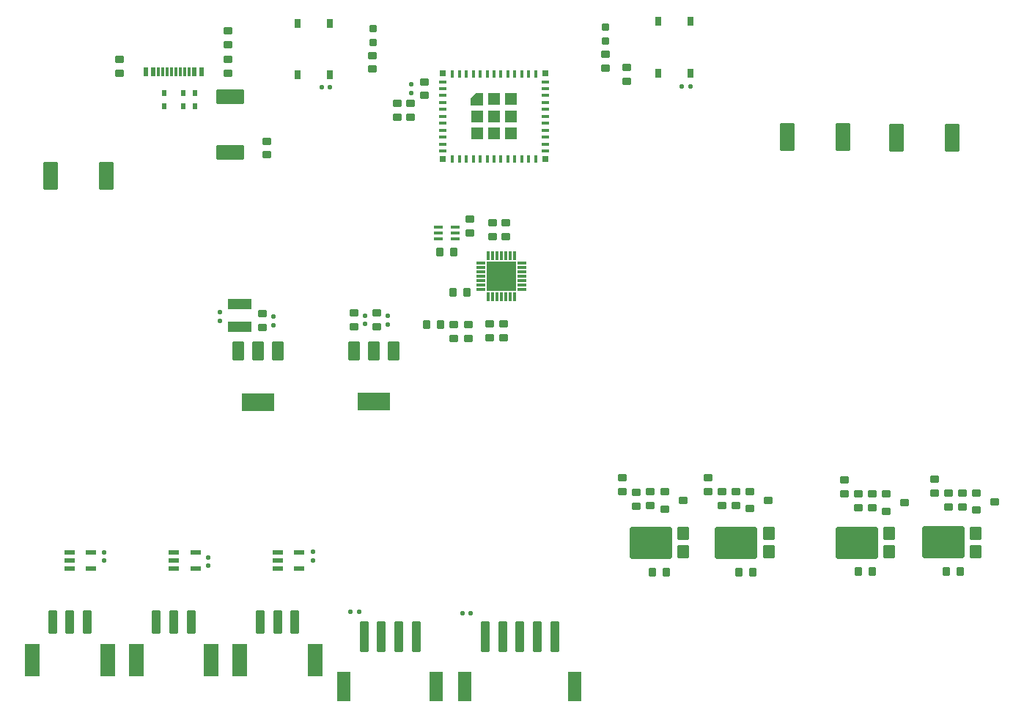
<source format=gtp>
G04*
G04 #@! TF.GenerationSoftware,Altium Limited,Altium Designer,22.8.2 (66)*
G04*
G04 Layer_Color=8421504*
%FSAX25Y25*%
%MOIN*%
G70*
G04*
G04 #@! TF.SameCoordinates,48F98BF4-95A5-4A16-9148-CE3FBF4555CD*
G04*
G04*
G04 #@! TF.FilePolarity,Positive*
G04*
G01*
G75*
G04:AMPARAMS|DCode=17|XSize=20mil|YSize=20mil|CornerRadius=2mil|HoleSize=0mil|Usage=FLASHONLY|Rotation=90.000|XOffset=0mil|YOffset=0mil|HoleType=Round|Shape=RoundedRectangle|*
%AMROUNDEDRECTD17*
21,1,0.02000,0.01600,0,0,90.0*
21,1,0.01600,0.02000,0,0,90.0*
1,1,0.00400,0.00800,0.00800*
1,1,0.00400,0.00800,-0.00800*
1,1,0.00400,-0.00800,-0.00800*
1,1,0.00400,-0.00800,0.00800*
%
%ADD17ROUNDEDRECTD17*%
G04:AMPARAMS|DCode=18|XSize=20mil|YSize=20mil|CornerRadius=2mil|HoleSize=0mil|Usage=FLASHONLY|Rotation=180.000|XOffset=0mil|YOffset=0mil|HoleType=Round|Shape=RoundedRectangle|*
%AMROUNDEDRECTD18*
21,1,0.02000,0.01600,0,0,180.0*
21,1,0.01600,0.02000,0,0,180.0*
1,1,0.00400,-0.00800,0.00800*
1,1,0.00400,0.00800,0.00800*
1,1,0.00400,0.00800,-0.00800*
1,1,0.00400,-0.00800,-0.00800*
%
%ADD18ROUNDEDRECTD18*%
G04:AMPARAMS|DCode=19|XSize=39.37mil|YSize=137.8mil|CornerRadius=3.94mil|HoleSize=0mil|Usage=FLASHONLY|Rotation=180.000|XOffset=0mil|YOffset=0mil|HoleType=Round|Shape=RoundedRectangle|*
%AMROUNDEDRECTD19*
21,1,0.03937,0.12992,0,0,180.0*
21,1,0.03150,0.13780,0,0,180.0*
1,1,0.00787,-0.01575,0.06496*
1,1,0.00787,0.01575,0.06496*
1,1,0.00787,0.01575,-0.06496*
1,1,0.00787,-0.01575,-0.06496*
%
%ADD19ROUNDEDRECTD19*%
%ADD20R,0.05906X0.13386*%
G04:AMPARAMS|DCode=21|XSize=37.4mil|YSize=33.47mil|CornerRadius=3.35mil|HoleSize=0mil|Usage=FLASHONLY|Rotation=180.000|XOffset=0mil|YOffset=0mil|HoleType=Round|Shape=RoundedRectangle|*
%AMROUNDEDRECTD21*
21,1,0.03740,0.02677,0,0,180.0*
21,1,0.03071,0.03347,0,0,180.0*
1,1,0.00669,-0.01535,0.01339*
1,1,0.00669,0.01535,0.01339*
1,1,0.00669,0.01535,-0.01339*
1,1,0.00669,-0.01535,-0.01339*
%
%ADD21ROUNDEDRECTD21*%
G04:AMPARAMS|DCode=22|XSize=37.4mil|YSize=33.47mil|CornerRadius=3.35mil|HoleSize=0mil|Usage=FLASHONLY|Rotation=90.000|XOffset=0mil|YOffset=0mil|HoleType=Round|Shape=RoundedRectangle|*
%AMROUNDEDRECTD22*
21,1,0.03740,0.02677,0,0,90.0*
21,1,0.03071,0.03347,0,0,90.0*
1,1,0.00669,0.01339,0.01535*
1,1,0.00669,0.01339,-0.01535*
1,1,0.00669,-0.01339,-0.01535*
1,1,0.00669,-0.01339,0.01535*
%
%ADD22ROUNDEDRECTD22*%
G04:AMPARAMS|DCode=23|XSize=40.16mil|YSize=14.17mil|CornerRadius=1.42mil|HoleSize=0mil|Usage=FLASHONLY|Rotation=0.000|XOffset=0mil|YOffset=0mil|HoleType=Round|Shape=RoundedRectangle|*
%AMROUNDEDRECTD23*
21,1,0.04016,0.01134,0,0,0.0*
21,1,0.03732,0.01417,0,0,0.0*
1,1,0.00284,0.01866,-0.00567*
1,1,0.00284,-0.01866,-0.00567*
1,1,0.00284,-0.01866,0.00567*
1,1,0.00284,0.01866,0.00567*
%
%ADD23ROUNDEDRECTD23*%
G04:AMPARAMS|DCode=24|XSize=31.5mil|YSize=31.5mil|CornerRadius=3.94mil|HoleSize=0mil|Usage=FLASHONLY|Rotation=90.000|XOffset=0mil|YOffset=0mil|HoleType=Round|Shape=RoundedRectangle|*
%AMROUNDEDRECTD24*
21,1,0.03150,0.02362,0,0,90.0*
21,1,0.02362,0.03150,0,0,90.0*
1,1,0.00787,0.01181,0.01181*
1,1,0.00787,0.01181,-0.01181*
1,1,0.00787,-0.01181,-0.01181*
1,1,0.00787,-0.01181,0.01181*
%
%ADD24ROUNDEDRECTD24*%
G04:AMPARAMS|DCode=25|XSize=29.13mil|YSize=20.47mil|CornerRadius=2.05mil|HoleSize=0mil|Usage=FLASHONLY|Rotation=270.000|XOffset=0mil|YOffset=0mil|HoleType=Round|Shape=RoundedRectangle|*
%AMROUNDEDRECTD25*
21,1,0.02913,0.01638,0,0,270.0*
21,1,0.02504,0.02047,0,0,270.0*
1,1,0.00409,-0.00819,-0.01252*
1,1,0.00409,-0.00819,0.01252*
1,1,0.00409,0.00819,0.01252*
1,1,0.00409,0.00819,-0.01252*
%
%ADD25ROUNDEDRECTD25*%
G04:AMPARAMS|DCode=26|XSize=107.09mil|YSize=49.61mil|CornerRadius=4.96mil|HoleSize=0mil|Usage=FLASHONLY|Rotation=0.000|XOffset=0mil|YOffset=0mil|HoleType=Round|Shape=RoundedRectangle|*
%AMROUNDEDRECTD26*
21,1,0.10709,0.03969,0,0,0.0*
21,1,0.09717,0.04961,0,0,0.0*
1,1,0.00992,0.04858,-0.01984*
1,1,0.00992,-0.04858,-0.01984*
1,1,0.00992,-0.04858,0.01984*
1,1,0.00992,0.04858,0.01984*
%
%ADD26ROUNDEDRECTD26*%
%ADD27R,0.14567X0.08465*%
G04:AMPARAMS|DCode=28|XSize=55.12mil|YSize=84.65mil|CornerRadius=5.51mil|HoleSize=0mil|Usage=FLASHONLY|Rotation=0.000|XOffset=0mil|YOffset=0mil|HoleType=Round|Shape=RoundedRectangle|*
%AMROUNDEDRECTD28*
21,1,0.05512,0.07362,0,0,0.0*
21,1,0.04409,0.08465,0,0,0.0*
1,1,0.01102,0.02205,-0.03681*
1,1,0.01102,-0.02205,-0.03681*
1,1,0.01102,-0.02205,0.03681*
1,1,0.01102,0.02205,0.03681*
%
%ADD28ROUNDEDRECTD28*%
G04:AMPARAMS|DCode=29|XSize=39.37mil|YSize=11.81mil|CornerRadius=1.18mil|HoleSize=0mil|Usage=FLASHONLY|Rotation=0.000|XOffset=0mil|YOffset=0mil|HoleType=Round|Shape=RoundedRectangle|*
%AMROUNDEDRECTD29*
21,1,0.03937,0.00945,0,0,0.0*
21,1,0.03701,0.01181,0,0,0.0*
1,1,0.00236,0.01850,-0.00472*
1,1,0.00236,-0.01850,-0.00472*
1,1,0.00236,-0.01850,0.00472*
1,1,0.00236,0.01850,0.00472*
%
%ADD29ROUNDEDRECTD29*%
G04:AMPARAMS|DCode=30|XSize=39.37mil|YSize=11.81mil|CornerRadius=1.18mil|HoleSize=0mil|Usage=FLASHONLY|Rotation=90.000|XOffset=0mil|YOffset=0mil|HoleType=Round|Shape=RoundedRectangle|*
%AMROUNDEDRECTD30*
21,1,0.03937,0.00945,0,0,90.0*
21,1,0.03701,0.01181,0,0,90.0*
1,1,0.00236,0.00472,0.01850*
1,1,0.00236,0.00472,-0.01850*
1,1,0.00236,-0.00472,-0.01850*
1,1,0.00236,-0.00472,0.01850*
%
%ADD30ROUNDEDRECTD30*%
%ADD31R,0.13189X0.13189*%
G04:AMPARAMS|DCode=32|XSize=33.47mil|YSize=39.37mil|CornerRadius=3.35mil|HoleSize=0mil|Usage=FLASHONLY|Rotation=270.000|XOffset=0mil|YOffset=0mil|HoleType=Round|Shape=RoundedRectangle|*
%AMROUNDEDRECTD32*
21,1,0.03347,0.03268,0,0,270.0*
21,1,0.02677,0.03937,0,0,270.0*
1,1,0.00669,-0.01634,-0.01339*
1,1,0.00669,-0.01634,0.01339*
1,1,0.00669,0.01634,0.01339*
1,1,0.00669,0.01634,-0.01339*
%
%ADD32ROUNDEDRECTD32*%
G04:AMPARAMS|DCode=33|XSize=62.99mil|YSize=52.76mil|CornerRadius=5.28mil|HoleSize=0mil|Usage=FLASHONLY|Rotation=270.000|XOffset=0mil|YOffset=0mil|HoleType=Round|Shape=RoundedRectangle|*
%AMROUNDEDRECTD33*
21,1,0.06299,0.04221,0,0,270.0*
21,1,0.05244,0.05276,0,0,270.0*
1,1,0.01055,-0.02110,-0.02622*
1,1,0.01055,-0.02110,0.02622*
1,1,0.01055,0.02110,0.02622*
1,1,0.01055,0.02110,-0.02622*
%
%ADD33ROUNDEDRECTD33*%
G04:AMPARAMS|DCode=34|XSize=195.28mil|YSize=149.61mil|CornerRadius=14.96mil|HoleSize=0mil|Usage=FLASHONLY|Rotation=0.000|XOffset=0mil|YOffset=0mil|HoleType=Round|Shape=RoundedRectangle|*
%AMROUNDEDRECTD34*
21,1,0.19528,0.11969,0,0,0.0*
21,1,0.16535,0.14961,0,0,0.0*
1,1,0.02992,0.08268,-0.05984*
1,1,0.02992,-0.08268,-0.05984*
1,1,0.02992,-0.08268,0.05984*
1,1,0.02992,0.08268,0.05984*
%
%ADD34ROUNDEDRECTD34*%
G04:AMPARAMS|DCode=35|XSize=67.72mil|YSize=125.98mil|CornerRadius=6.77mil|HoleSize=0mil|Usage=FLASHONLY|Rotation=0.000|XOffset=0mil|YOffset=0mil|HoleType=Round|Shape=RoundedRectangle|*
%AMROUNDEDRECTD35*
21,1,0.06772,0.11244,0,0,0.0*
21,1,0.05417,0.12598,0,0,0.0*
1,1,0.01354,0.02709,-0.05622*
1,1,0.01354,-0.02709,-0.05622*
1,1,0.01354,-0.02709,0.05622*
1,1,0.01354,0.02709,0.05622*
%
%ADD35ROUNDEDRECTD35*%
G04:AMPARAMS|DCode=36|XSize=67.72mil|YSize=125.98mil|CornerRadius=6.77mil|HoleSize=0mil|Usage=FLASHONLY|Rotation=90.000|XOffset=0mil|YOffset=0mil|HoleType=Round|Shape=RoundedRectangle|*
%AMROUNDEDRECTD36*
21,1,0.06772,0.11244,0,0,90.0*
21,1,0.05417,0.12598,0,0,90.0*
1,1,0.01354,0.05622,0.02709*
1,1,0.01354,0.05622,-0.02709*
1,1,0.01354,-0.05622,-0.02709*
1,1,0.01354,-0.05622,0.02709*
%
%ADD36ROUNDEDRECTD36*%
G04:AMPARAMS|DCode=37|XSize=47.24mil|YSize=21.65mil|CornerRadius=2.17mil|HoleSize=0mil|Usage=FLASHONLY|Rotation=0.000|XOffset=0mil|YOffset=0mil|HoleType=Round|Shape=RoundedRectangle|*
%AMROUNDEDRECTD37*
21,1,0.04724,0.01732,0,0,0.0*
21,1,0.04291,0.02165,0,0,0.0*
1,1,0.00433,0.02146,-0.00866*
1,1,0.00433,-0.02146,-0.00866*
1,1,0.00433,-0.02146,0.00866*
1,1,0.00433,0.02146,0.00866*
%
%ADD37ROUNDEDRECTD37*%
G04:AMPARAMS|DCode=38|XSize=39.37mil|YSize=27.56mil|CornerRadius=2.76mil|HoleSize=0mil|Usage=FLASHONLY|Rotation=90.000|XOffset=0mil|YOffset=0mil|HoleType=Round|Shape=RoundedRectangle|*
%AMROUNDEDRECTD38*
21,1,0.03937,0.02205,0,0,90.0*
21,1,0.03386,0.02756,0,0,90.0*
1,1,0.00551,0.01102,0.01693*
1,1,0.00551,0.01102,-0.01693*
1,1,0.00551,-0.01102,-0.01693*
1,1,0.00551,-0.01102,0.01693*
%
%ADD38ROUNDEDRECTD38*%
%ADD39R,0.02362X0.04488*%
%ADD40R,0.01181X0.04488*%
G04:AMPARAMS|DCode=41|XSize=31.5mil|YSize=15.75mil|CornerRadius=1.58mil|HoleSize=0mil|Usage=FLASHONLY|Rotation=0.000|XOffset=0mil|YOffset=0mil|HoleType=Round|Shape=RoundedRectangle|*
%AMROUNDEDRECTD41*
21,1,0.03150,0.01260,0,0,0.0*
21,1,0.02835,0.01575,0,0,0.0*
1,1,0.00315,0.01417,-0.00630*
1,1,0.00315,-0.01417,-0.00630*
1,1,0.00315,-0.01417,0.00630*
1,1,0.00315,0.01417,0.00630*
%
%ADD41ROUNDEDRECTD41*%
G04:AMPARAMS|DCode=42|XSize=15.75mil|YSize=31.5mil|CornerRadius=1.58mil|HoleSize=0mil|Usage=FLASHONLY|Rotation=0.000|XOffset=0mil|YOffset=0mil|HoleType=Round|Shape=RoundedRectangle|*
%AMROUNDEDRECTD42*
21,1,0.01575,0.02835,0,0,0.0*
21,1,0.01260,0.03150,0,0,0.0*
1,1,0.00315,0.00630,-0.01417*
1,1,0.00315,-0.00630,-0.01417*
1,1,0.00315,-0.00630,0.01417*
1,1,0.00315,0.00630,0.01417*
%
%ADD42ROUNDEDRECTD42*%
%ADD43R,0.05709X0.05709*%
G04:AMPARAMS|DCode=44|XSize=27.56mil|YSize=27.56mil|CornerRadius=2.76mil|HoleSize=0mil|Usage=FLASHONLY|Rotation=0.000|XOffset=0mil|YOffset=0mil|HoleType=Round|Shape=RoundedRectangle|*
%AMROUNDEDRECTD44*
21,1,0.02756,0.02205,0,0,0.0*
21,1,0.02205,0.02756,0,0,0.0*
1,1,0.00551,0.01102,-0.01102*
1,1,0.00551,-0.01102,-0.01102*
1,1,0.00551,-0.01102,0.01102*
1,1,0.00551,0.01102,0.01102*
%
%ADD44ROUNDEDRECTD44*%
%ADD45R,0.07087X0.14961*%
G04:AMPARAMS|DCode=46|XSize=39.37mil|YSize=106.3mil|CornerRadius=3.94mil|HoleSize=0mil|Usage=FLASHONLY|Rotation=180.000|XOffset=0mil|YOffset=0mil|HoleType=Round|Shape=RoundedRectangle|*
%AMROUNDEDRECTD46*
21,1,0.03937,0.09843,0,0,180.0*
21,1,0.03150,0.10630,0,0,180.0*
1,1,0.00787,-0.01575,0.04921*
1,1,0.00787,0.01575,0.04921*
1,1,0.00787,0.01575,-0.04921*
1,1,0.00787,-0.01575,-0.04921*
%
%ADD46ROUNDEDRECTD46*%
G36*
X0636701Y0997539D02*
X0630993D01*
Y1000886D01*
X0633355Y1003248D01*
X0636701D01*
Y0997539D01*
D02*
G37*
D17*
X0627227Y0766408D02*
D03*
X0631007D02*
D03*
X0576427Y0767108D02*
D03*
X0580207D02*
D03*
X0563227Y1005808D02*
D03*
X0567007D02*
D03*
X0727027Y1006308D02*
D03*
X0730807D02*
D03*
D18*
X0464317Y0790518D02*
D03*
Y0794298D02*
D03*
X0511717Y0788118D02*
D03*
Y0791897D02*
D03*
X0559117Y0790618D02*
D03*
Y0794397D02*
D03*
X0603917Y1003318D02*
D03*
Y1007098D02*
D03*
X0593217Y0898018D02*
D03*
Y0901797D02*
D03*
X0583017Y0898118D02*
D03*
Y0901898D02*
D03*
X0541317Y0897718D02*
D03*
Y0901497D02*
D03*
X0517017Y0899718D02*
D03*
Y0903498D02*
D03*
D19*
X0582568Y0756004D02*
D03*
X0590442D02*
D03*
X0598316D02*
D03*
X0606190D02*
D03*
X0669182D02*
D03*
X0661308D02*
D03*
X0653434D02*
D03*
X0645560D02*
D03*
X0637686D02*
D03*
D20*
X0615442Y0733366D02*
D03*
X0573316D02*
D03*
X0678434D02*
D03*
X0628434D02*
D03*
D21*
X0520617Y1031657D02*
D03*
Y1025358D02*
D03*
X0538417Y0975058D02*
D03*
Y0981357D02*
D03*
X0623417Y0897957D02*
D03*
Y0891658D02*
D03*
X0629817Y0897857D02*
D03*
Y0891558D02*
D03*
X0639717Y0891858D02*
D03*
Y0898157D02*
D03*
X0646017Y0891858D02*
D03*
Y0898157D02*
D03*
X0646917Y0937758D02*
D03*
Y0944057D02*
D03*
X0640817Y0937758D02*
D03*
Y0944057D02*
D03*
X0630617Y0945857D02*
D03*
Y0939558D02*
D03*
X0701817Y1014857D02*
D03*
Y1008558D02*
D03*
X0603717Y0992208D02*
D03*
Y0998508D02*
D03*
X0597617Y0992158D02*
D03*
Y0998457D02*
D03*
X0609917Y1002058D02*
D03*
Y1008357D02*
D03*
X0692217Y1020857D02*
D03*
Y1014558D02*
D03*
X0586417Y1020357D02*
D03*
Y1014058D02*
D03*
X0588217Y0896758D02*
D03*
Y0903057D02*
D03*
X0577917Y0896958D02*
D03*
Y0903257D02*
D03*
X0536217Y0896458D02*
D03*
Y0902757D02*
D03*
X0520617Y1012258D02*
D03*
Y1018557D02*
D03*
X0471217Y1012258D02*
D03*
Y1018557D02*
D03*
X0841917Y0821158D02*
D03*
Y0827457D02*
D03*
X0848317Y0821157D02*
D03*
Y0814858D02*
D03*
X0854617Y0821157D02*
D03*
Y0814858D02*
D03*
X0801017Y0820758D02*
D03*
Y0827057D02*
D03*
X0807317Y0820857D02*
D03*
Y0814558D02*
D03*
X0813517Y0820857D02*
D03*
Y0814558D02*
D03*
X0738917Y0821808D02*
D03*
Y0828107D02*
D03*
X0745217Y0821857D02*
D03*
Y0815558D02*
D03*
X0751617Y0821857D02*
D03*
Y0815558D02*
D03*
X0706217Y0821657D02*
D03*
Y0815358D02*
D03*
X0699917Y0821758D02*
D03*
Y0828057D02*
D03*
X0712617Y0821757D02*
D03*
Y0815458D02*
D03*
D22*
X0617367Y0897808D02*
D03*
X0611068D02*
D03*
X0629267Y0912508D02*
D03*
X0622968D02*
D03*
X0623167Y0931008D02*
D03*
X0616868D02*
D03*
X0713768Y0785308D02*
D03*
X0720067D02*
D03*
X0752868D02*
D03*
X0759167D02*
D03*
X0807268Y0785608D02*
D03*
X0813567D02*
D03*
X0847168D02*
D03*
X0853467D02*
D03*
D23*
X0616357Y0942067D02*
D03*
Y0939508D02*
D03*
Y0936949D02*
D03*
X0623877D02*
D03*
Y0939508D02*
D03*
Y0942067D02*
D03*
D24*
X0692117Y1026908D02*
D03*
Y1033207D02*
D03*
X0586517Y1026258D02*
D03*
Y1032557D02*
D03*
D25*
X0500117Y1003261D02*
D03*
Y0997355D02*
D03*
X0505717Y1003160D02*
D03*
Y0997255D02*
D03*
X0491617Y1003261D02*
D03*
Y0997355D02*
D03*
D26*
X0525817Y0907344D02*
D03*
Y0896871D02*
D03*
D27*
X0587017Y0862892D02*
D03*
X0534317Y0862692D02*
D03*
D28*
X0577962Y0885923D02*
D03*
X0587017D02*
D03*
X0596072D02*
D03*
X0525262Y0885723D02*
D03*
X0534317D02*
D03*
X0543372D02*
D03*
D29*
X0635665Y0925813D02*
D03*
Y0923845D02*
D03*
Y0921876D02*
D03*
Y0919908D02*
D03*
Y0917939D02*
D03*
Y0915971D02*
D03*
Y0914002D02*
D03*
X0654169D02*
D03*
Y0915971D02*
D03*
Y0917939D02*
D03*
Y0919908D02*
D03*
Y0921876D02*
D03*
Y0923845D02*
D03*
Y0925813D02*
D03*
D30*
X0639012Y0910656D02*
D03*
X0640980D02*
D03*
X0642949D02*
D03*
X0644917D02*
D03*
X0646886D02*
D03*
X0648854D02*
D03*
X0650823D02*
D03*
Y0929160D02*
D03*
X0648854D02*
D03*
X0646886D02*
D03*
X0644917D02*
D03*
X0642949D02*
D03*
X0640980D02*
D03*
X0639012D02*
D03*
D31*
X0644917Y0919908D02*
D03*
D32*
X0860983Y0813449D02*
D03*
Y0821166D02*
D03*
X0869251Y0817308D02*
D03*
X0819983Y0813050D02*
D03*
Y0820766D02*
D03*
X0828251Y0816908D02*
D03*
X0758083Y0814149D02*
D03*
Y0821866D02*
D03*
X0766351Y0818008D02*
D03*
X0719283Y0814050D02*
D03*
Y0821766D02*
D03*
X0727551Y0817908D02*
D03*
D33*
X0727717Y0802894D02*
D03*
Y0794508D02*
D03*
X0766517Y0802894D02*
D03*
Y0794508D02*
D03*
X0821317Y0802894D02*
D03*
Y0794508D02*
D03*
X0860617Y0802994D02*
D03*
Y0794608D02*
D03*
D34*
X0712953Y0798701D02*
D03*
X0751753D02*
D03*
X0806553D02*
D03*
X0845853Y0798801D02*
D03*
D35*
X0849835Y0982908D02*
D03*
X0824599D02*
D03*
X0800235Y0983308D02*
D03*
X0774999D02*
D03*
X0440099Y0965408D02*
D03*
X0465335D02*
D03*
D36*
X0521717Y1001426D02*
D03*
Y0976190D02*
D03*
D37*
X0543196Y0794348D02*
D03*
Y0790608D02*
D03*
Y0786868D02*
D03*
X0553038D02*
D03*
Y0794348D02*
D03*
X0495996D02*
D03*
Y0790608D02*
D03*
Y0786868D02*
D03*
X0505838D02*
D03*
Y0794348D02*
D03*
X0448596D02*
D03*
Y0790608D02*
D03*
Y0786868D02*
D03*
X0458438D02*
D03*
Y0794348D02*
D03*
D38*
X0730817Y1035730D02*
D03*
Y1012108D02*
D03*
X0716250Y1035730D02*
D03*
Y1012108D02*
D03*
X0567001Y1035019D02*
D03*
Y1011397D02*
D03*
X0552434Y1035019D02*
D03*
Y1011397D02*
D03*
D39*
X0508552Y1012894D02*
D03*
X0505402D02*
D03*
X0486505D02*
D03*
X0483355D02*
D03*
D40*
X0502843D02*
D03*
X0500875D02*
D03*
X0498906D02*
D03*
X0496938D02*
D03*
X0494969D02*
D03*
X0493001D02*
D03*
X0491032D02*
D03*
X0489064D02*
D03*
D41*
X0618394Y1008366D02*
D03*
Y1005216D02*
D03*
Y1002067D02*
D03*
Y0998917D02*
D03*
Y0995768D02*
D03*
Y0992618D02*
D03*
Y0989468D02*
D03*
Y0986319D02*
D03*
Y0983169D02*
D03*
Y0980020D02*
D03*
Y0976870D02*
D03*
X0664851D02*
D03*
Y0980020D02*
D03*
Y0983169D02*
D03*
Y0986319D02*
D03*
Y0989468D02*
D03*
Y0992618D02*
D03*
Y0995768D02*
D03*
Y0998917D02*
D03*
Y1002067D02*
D03*
Y1005216D02*
D03*
Y1008366D02*
D03*
D42*
X0622725Y0973327D02*
D03*
X0625875D02*
D03*
X0629024D02*
D03*
X0632174D02*
D03*
X0635323D02*
D03*
X0638473D02*
D03*
X0641623D02*
D03*
X0644772D02*
D03*
X0647922D02*
D03*
X0651072D02*
D03*
X0654221D02*
D03*
X0657371D02*
D03*
X0660520D02*
D03*
Y1011909D02*
D03*
X0657371D02*
D03*
X0654221D02*
D03*
X0651072D02*
D03*
X0647922D02*
D03*
X0644772D02*
D03*
X0641623D02*
D03*
X0638473D02*
D03*
X0635323D02*
D03*
X0632174D02*
D03*
X0629024D02*
D03*
X0625875D02*
D03*
X0622725D02*
D03*
D43*
X0641623Y0992618D02*
D03*
X0649398Y1000394D02*
D03*
X0641623D02*
D03*
X0633847Y0992618D02*
D03*
Y0984842D02*
D03*
X0641623D02*
D03*
X0649398D02*
D03*
Y0992618D02*
D03*
D44*
X0618197Y1012106D02*
D03*
Y0973130D02*
D03*
X0665048D02*
D03*
Y1012106D02*
D03*
D45*
X0526072Y0745177D02*
D03*
X0560323D02*
D03*
X0478827D02*
D03*
X0513079D02*
D03*
X0431583D02*
D03*
X0465835D02*
D03*
D46*
X0535323Y0762697D02*
D03*
X0543197D02*
D03*
X0551072D02*
D03*
X0488079D02*
D03*
X0495953D02*
D03*
X0503827D02*
D03*
X0440835D02*
D03*
X0448709D02*
D03*
X0456583D02*
D03*
M02*

</source>
